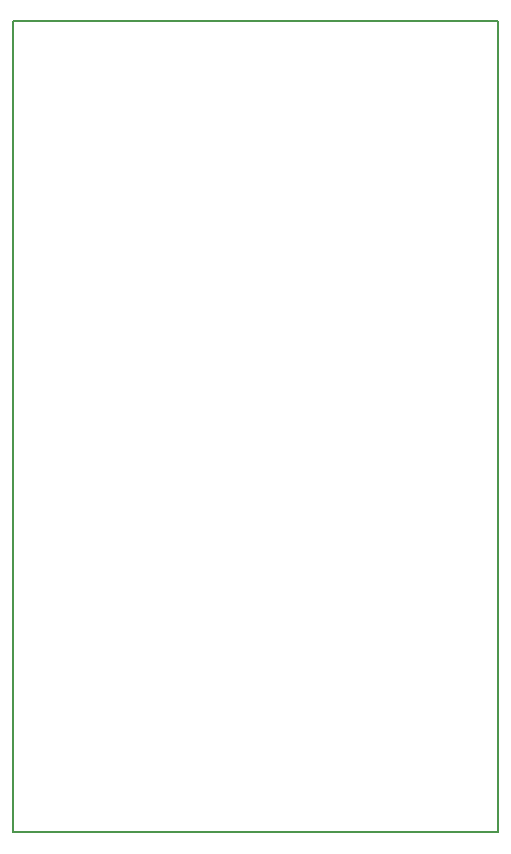
<source format=gbr>
%TF.GenerationSoftware,KiCad,Pcbnew,(7.0.0)*%
%TF.CreationDate,2023-03-14T13:27:21+01:00*%
%TF.ProjectId,breakout-board-display-brain,62726561-6b6f-4757-942d-626f6172642d,v1*%
%TF.SameCoordinates,Original*%
%TF.FileFunction,Profile,NP*%
%FSLAX46Y46*%
G04 Gerber Fmt 4.6, Leading zero omitted, Abs format (unit mm)*
G04 Created by KiCad (PCBNEW (7.0.0)) date 2023-03-14 13:27:21*
%MOMM*%
%LPD*%
G01*
G04 APERTURE LIST*
%TA.AperFunction,Profile*%
%ADD10C,0.200000*%
%TD*%
G04 APERTURE END LIST*
D10*
X126600000Y-58450000D02*
X167600000Y-58450000D01*
X167600000Y-58450000D02*
X167600000Y-127150000D01*
X167600000Y-127150000D02*
X126600000Y-127150000D01*
X126600000Y-127150000D02*
X126600000Y-58450000D01*
M02*

</source>
